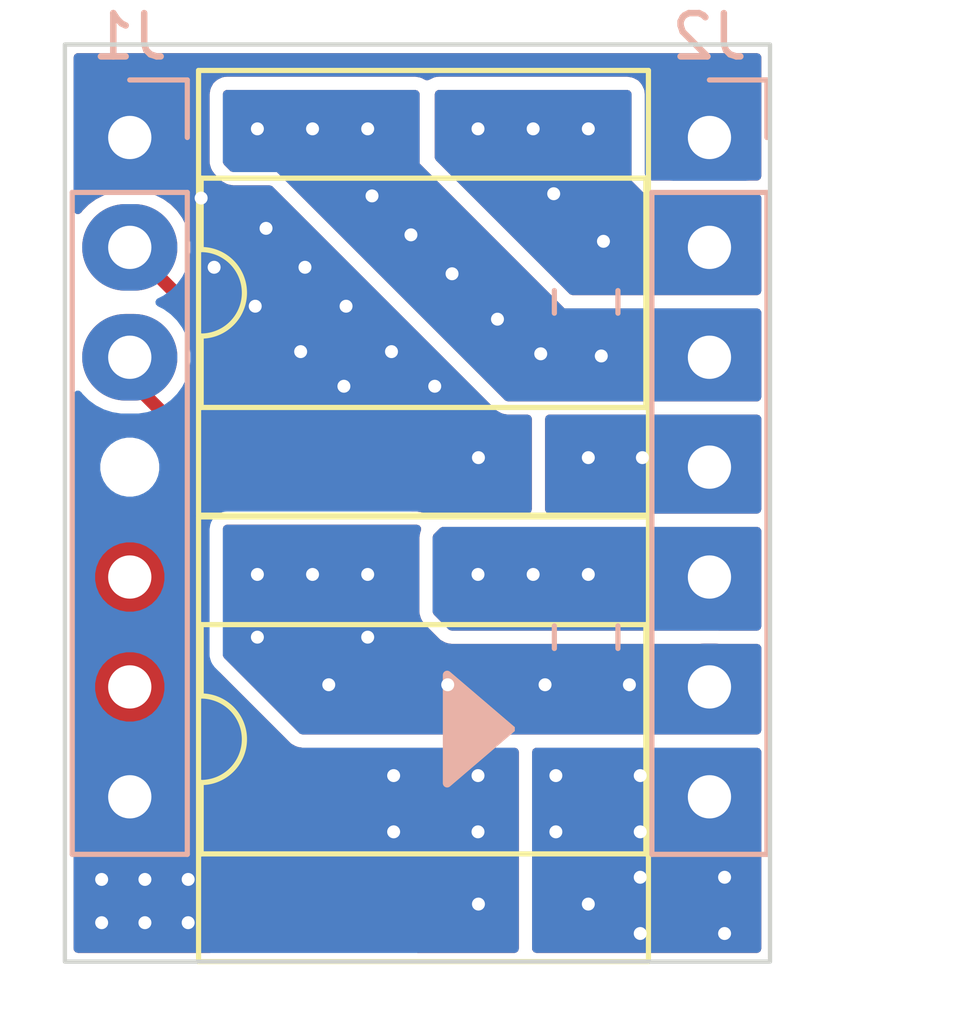
<source format=kicad_pcb>
(kicad_pcb (version 20240108) (generator "pcbnew") (generator_version "8.0")
  (layers (0 "F.Cu" signal) (31 "B.Cu" signal) (34 "B.Paste" user) (35 "F.Paste" user) (36 "B.SilkS" user "B.Silkscreen") (37 "F.SilkS" user "F.Silkscreen") (38 "B.Mask" user) (39 "F.Mask" user) (44 "Edge.Cuts" user))
  (net 0 "")
  (net 1 "/OUT_B2")
  (net 2 "/OUT_B1")
  (net 3 "/OUT_A1")
  (net 4 "/OUT_A2")
  (net 5 "/IN_B1")
  (net 6 "/IN_A2")
  (net 7 "GND")
  (net 8 "/IN_A1")
  (net 9 "/IN_B2")
  (net 10 "/VM")
  (footprint "Package_DIP:DIP-8_W7.62mm_SMDSocket_SmallPads" (layer "F.Cu") (at 146.79 83.41 90)
    (property "Reference" "U1" (hide yes))
    (property "Value" "~" (hide yes))
    (fp_line (start 5.14 -5.2) (end -5.14 -5.2) (stroke (width 0.12)) (layer "F.SilkS"))
    (fp_line (start -5.14 -5.2) (end -5.14 5.2) (stroke (width 0.12)) (layer "F.SilkS"))
    (fp_line (start 2.65 -5.14) (end 1 -5.14) (stroke (width 0.12)) (layer "F.SilkS"))
    (fp_line (start -1 -5.14) (end -2.65 -5.14) (stroke (width 0.12)) (layer "F.SilkS"))
    (fp_line (start -2.65 -5.14) (end -2.65 5.14) (stroke (width 0.12)) (layer "F.SilkS"))
    (fp_line (start 2.65 5.14) (end 2.65 -5.14) (stroke (width 0.12)) (layer "F.SilkS"))
    (fp_line (start -2.65 5.14) (end 2.65 5.14) (stroke (width 0.12)) (layer "F.SilkS"))
    (fp_line (start 5.14 5.2) (end 5.14 -5.2) (stroke (width 0.12)) (layer "F.SilkS"))
    (fp_line (start -5.14 5.2) (end 5.14 5.2) (stroke (width 0.12)) (layer "F.SilkS"))
    (fp_arc (start 1 -5.14) (mid 0 -4.14) (end -1 -5.14) (stroke (width 0.12)) (layer "F.SilkS"))
    (pad "1" smd rect (at -3.81 -3.81 90) (size 1.6 1.6) (layers "F.Cu" "F.Paste" "F.Mask") (net 8 "/IN_A1"))
    (pad "2" smd rect (at -3.81 -1.27 90) (size 1.6 1.6) (layers "F.Cu" "F.Paste" "F.Mask") (net 6 "/IN_A2"))
    (pad "3" smd rect (at -3.81 1.27 90) (size 1.6 1.6) (layers "F.Cu" "F.Paste" "F.Mask") (net 7 "GND"))
    (pad "4" smd rect (at -3.81 3.81 90) (size 1.6 1.6) (layers "F.Cu" "F.Paste" "F.Mask") (net 10 "/VM"))
    (pad "5" smd rect (at 3.81 3.81 90) (size 1.6 1.6) (layers "F.Cu" "F.Paste" "F.Mask") (net 3 "/OUT_A1"))
    (pad "6" smd rect (at 3.81 1.27 90) (size 1.6 1.6) (layers "F.Cu" "F.Paste" "F.Mask") (net 3 "/OUT_A1"))
    (pad "7" smd rect (at 3.81 -1.27 90) (size 1.6 1.6) (layers "F.Cu" "F.Paste" "F.Mask") (net 4 "/OUT_A2"))
    (pad "8" smd rect (at 3.81 -3.81 90) (size 1.6 1.6) (layers "F.Cu" "F.Paste" "F.Mask") (net 4 "/OUT_A2"))
  )
  (footprint "Package_DIP:DIP-8_W7.62mm_SMDSocket_SmallPads" (layer "F.Cu") (at 146.79 73.09 90)
    (property "Reference" "U2" (hide yes))
    (property "Value" "~")
    (fp_line (start 5.14 -5.2) (end -5.14 -5.2) (stroke (width 0.12)) (layer "F.SilkS"))
    (fp_line (start -5.14 -5.2) (end -5.14 5.2) (stroke (width 0.12)) (layer "F.SilkS"))
    (fp_line (start 2.65 -5.14) (end 1 -5.14) (stroke (width 0.12)) (layer "F.SilkS"))
    (fp_line (start -1 -5.14) (end -2.65 -5.14) (stroke (width 0.12)) (layer "F.SilkS"))
    (fp_line (start -2.65 -5.14) (end -2.65 5.14) (stroke (width 0.12)) (layer "F.SilkS"))
    (fp_line (start 2.65 5.14) (end 2.65 -5.14) (stroke (width 0.12)) (layer "F.SilkS"))
    (fp_line (start -2.65 5.14) (end 2.65 5.14) (stroke (width 0.12)) (layer "F.SilkS"))
    (fp_line (start 5.14 5.2) (end 5.14 -5.2) (stroke (width 0.12)) (layer "F.SilkS"))
    (fp_line (start -5.14 5.2) (end 5.14 5.2) (stroke (width 0.12)) (layer "F.SilkS"))
    (fp_arc (start 1 -5.14) (mid 0 -4.14) (end -1 -5.14) (stroke (width 0.12)) (layer "F.SilkS"))
    (pad "1" smd rect (at -3.81 -3.81 90) (size 1.6 1.6) (layers "F.Cu" "F.Paste" "F.Mask") (net 5 "/IN_B1"))
    (pad "2" smd rect (at -3.81 -1.27 90) (size 1.6 1.6) (layers "F.Cu" "F.Paste" "F.Mask") (net 9 "/IN_B2"))
    (pad "3" smd rect (at -3.81 1.27 90) (size 1.6 1.6) (layers "F.Cu" "F.Paste" "F.Mask") (net 7 "GND"))
    (pad "4" smd rect (at -3.81 3.81 90) (size 1.6 1.6) (layers "F.Cu" "F.Paste" "F.Mask") (net 10 "/VM"))
    (pad "5" smd rect (at 3.81 3.81 90) (size 1.6 1.6) (layers "F.Cu" "F.Paste" "F.Mask") (net 2 "/OUT_B1"))
    (pad "6" smd rect (at 3.81 1.27 90) (size 1.6 1.6) (layers "F.Cu" "F.Paste" "F.Mask") (net 2 "/OUT_B1"))
    (pad "7" smd rect (at 3.81 -1.27 90) (size 1.6 1.6) (layers "F.Cu" "F.Paste" "F.Mask") (net 1 "/OUT_B2"))
    (pad "8" smd rect (at 3.81 -3.81 90) (size 1.6 1.6) (layers "F.Cu" "F.Paste" "F.Mask") (net 1 "/OUT_B2"))
  )
  (footprint "Connector_PinHeader_2.54mm:PinHeader_1x07_P2.54mm_Vertical" (layer "B.Cu") (at 140 69.5 180)
    (property "Reference" "J1" (at 0 2.33 0) (layer "B.SilkS") (effects (justify mirror)))
    (property "Value" "Conn_01x07_Pin" (hide yes))
    (fp_line (start 1.33 -1.27) (end -1.33 -1.27) (stroke (width 0.12)) (layer "B.SilkS"))
    (fp_line (start 1.33 -16.57) (end 1.33 -1.27) (stroke (width 0.12)) (layer "B.SilkS"))
    (fp_line (start 1.33 -16.57) (end -1.33 -16.57) (stroke (width 0.12)) (layer "B.SilkS"))
    (fp_line (start 0 1.33) (end -1.33 1.33) (stroke (width 0.12)) (layer "B.SilkS"))
    (fp_line (start -1.33 1.33) (end -1.33 0) (stroke (width 0.12)) (layer "B.SilkS"))
    (fp_line (start -1.33 -16.57) (end -1.33 -1.27) (stroke (width 0.12)) (layer "B.SilkS"))
    (pad "1" thru_hole roundrect (at 0 0 180) (size 2.2 2) (drill 1) (layers "*.Cu" "*.Mask") (roundrect_rratio 0.125) (net 7 "GND"))
    (pad "2" thru_hole oval (at 0 -2.54 180) (size 2.2 2) (drill 1) (layers "*.Cu" "*.Mask") (net 9 "/IN_B2"))
    (pad "3" thru_hole oval (at 0 -5.08 180) (size 2.2 2) (drill 1) (layers "*.Cu" "*.Mask") (net 5 "/IN_B1"))
    (pad "4" thru_hole oval (at 0 -7.62 180) (size 1.5 1.5) (drill 0.762) (layers "*.Cu") (remove_unused_layers yes))
    (pad "5" thru_hole oval (at 0 -10.16 180) (size 2.2 2) (drill 1) (layers "*.Cu" "F.Mask") (remove_unused_layers yes) (net 6 "/IN_A2"))
    (pad "6" thru_hole oval (at 0 -12.7 180) (size 2.2 2) (drill 1) (layers "*.Cu" "F.Mask") (remove_unused_layers yes) (net 8 "/IN_A1"))
    (pad "7" thru_hole oval (at 0 -15.24 180) (size 2.2 2) (drill 1) (layers "*.Cu" "*.Mask") (net 7 "GND"))
  )
  (footprint "Capacitor_SMD:C_0805_2012Metric" (layer "B.Cu") (at 150.55 73.3 90)
    (property "Reference" "C1" (hide yes))
    (property "Value" "100" (hide yes))
    (fp_line (start 0.261252 -0.735) (end -0.261252 -0.735) (stroke (width 0.12)) (layer "B.SilkS"))
    (fp_line (start 0.261252 0.735) (end -0.261252 0.735) (stroke (width 0.12)) (layer "B.SilkS"))
    (pad "1" smd roundrect (at -0.95 0 90) (size 1 1.45) (layers "B.Cu" "B.Paste" "B.Mask") (net 1 "/OUT_B2"))
    (pad "2" smd roundrect (at 0.95 0 90) (size 1 1.45) (layers "B.Cu" "B.Paste" "B.Mask") (net 2 "/OUT_B1"))
  )
  (footprint "Capacitor_SMD:C_0805_2012Metric" (layer "B.Cu") (at 150.55 81.05 90)
    (property "Reference" "C2" (hide yes))
    (property "Value" "100" (hide yes))
    (fp_line (start 0.261252 -0.735) (end -0.261252 -0.735) (stroke (width 0.12)) (layer "B.SilkS"))
    (fp_line (start 0.261252 0.735) (end -0.261252 0.735) (stroke (width 0.12)) (layer "B.SilkS"))
    (pad "1" smd roundrect (at -0.95 0 90) (size 1 1.45) (layers "B.Cu" "B.Paste" "B.Mask") (net 4 "/OUT_A2"))
    (pad "2" smd roundrect (at 0.95 0 90) (size 1 1.45) (layers "B.Cu" "B.Paste" "B.Mask") (net 3 "/OUT_A1"))
  )
  (footprint "Connector_PinHeader_2.54mm:PinHeader_1x07_P2.54mm_Vertical" (layer "B.Cu") (at 153.4 69.5 180)
    (property "Reference" "J2" (at 0 2.33 0) (layer "B.SilkS") (effects (justify mirror)))
    (property "Value" "Conn_01x07_Pin")
    (fp_line (start 1.33 -1.27) (end -1.33 -1.27) (stroke (width 0.12)) (layer "B.SilkS"))
    (fp_line (start 1.33 -16.57) (end 1.33 -1.27) (stroke (width 0.12)) (layer "B.SilkS"))
    (fp_line (start 1.33 -16.57) (end -1.33 -16.57) (stroke (width 0.12)) (layer "B.SilkS"))
    (fp_line (start 0 1.33) (end -1.33 1.33) (stroke (width 0.12)) (layer "B.SilkS"))
    (fp_line (start -1.33 1.33) (end -1.33 0) (stroke (width 0.12)) (layer "B.SilkS"))
    (fp_line (start -1.33 -16.57) (end -1.33 -1.27) (stroke (width 0.12)) (layer "B.SilkS"))
    (pad "1" thru_hole roundrect (at 0 0 180) (size 2.2 2) (drill 1) (layers "*.Cu" "*.Mask") (roundrect_rratio 0.125) (net 7 "GND"))
    (pad "2" thru_hole oval (at 0 -2.54 180) (size 2.2 2) (drill 1) (layers "*.Cu" "*.Mask") (net 2 "/OUT_B1"))
    (pad "3" thru_hole oval (at 0 -5.08 180) (size 2.2 2) (drill 1) (layers "*.Cu" "*.Mask") (net 1 "/OUT_B2"))
    (pad "4" thru_hole oval (at 0 -7.62 180) (size 2.2 2) (drill 1) (layers "*.Cu" "*.Mask") (net 10 "/VM"))
    (pad "5" thru_hole oval (at 0 -10.16 180) (size 2.2 2) (drill 1) (layers "*.Cu" "*.Mask") (net 3 "/OUT_A1"))
    (pad "6" thru_hole oval (at 0 -12.7 180) (size 2.2 2) (drill 1) (layers "*.Cu" "*.Mask") (net 4 "/OUT_A2"))
    (pad "7" thru_hole oval (at 0 -15.24 180) (size 2.2 2) (drill 1) (layers "*.Cu" "*.Mask") (net 10 "/VM"))
  )
  (gr_poly (pts (xy 147.336678 81.925) (xy 147.336678 84.425) (xy 148.8 83.175)) (stroke (width 0.2)) (fill solid) (layer "B.SilkS"))
  (gr_rect (start 138.5 67.35) (end 154.8 88.55) (stroke (width 0.1)) (fill none) (layer "Edge.Cuts"))
  (via (at 145.6 70.85) (size 0.6) (drill 0.3) (layers "F.Cu" "B.Cu") (net 1))
  (via (at 142.95 69.3) (size 0.6) (drill 0.3) (layers "F.Cu" "B.Cu") (net 1))
  (via (at 144.225 69.3) (size 0.6) (drill 0.3) (layers "F.Cu" "B.Cu") (net 1))
  (via (at 149.5 74.5) (size 0.6) (drill 0.3) (layers "F.Cu" "B.Cu") (net 1))
  (via (at 146.5 71.75) (size 0.6) (drill 0.3) (layers "F.Cu" "B.Cu") (net 1))
  (via (at 150.9 74.55) (size 0.6) (drill 0.3) (layers "F.Cu" "B.Cu") (net 1))
  (via (at 145.5 69.3) (size 0.6) (drill 0.3) (layers "F.Cu" "B.Cu") (net 1))
  (via (at 147.45 72.65) (size 0.6) (drill 0.3) (layers "F.Cu" "B.Cu") (net 1))
  (via (at 148.5 73.7) (size 0.6) (drill 0.3) (layers "F.Cu" "B.Cu") (net 1))
  (via (at 148.05 69.3) (size 0.6) (drill 0.3) (layers "F.Cu" "B.Cu") (net 2))
  (via (at 150.6 69.3) (size 0.6) (drill 0.3) (layers "F.Cu" "B.Cu") (net 2))
  (via (at 150.95 71.9) (size 0.6) (drill 0.3) (layers "F.Cu" "B.Cu") (net 2))
  (via (at 149.8 70.8) (size 0.6) (drill 0.3) (layers "F.Cu" "B.Cu") (net 2))
  (via (at 149.325 69.3) (size 0.6) (drill 0.3) (layers "F.Cu" "B.Cu") (net 2))
  (via (at 148.05 79.6) (size 0.6) (drill 0.3) (layers "F.Cu" "B.Cu") (net 3))
  (via (at 149.325 79.6) (size 0.6) (drill 0.3) (layers "F.Cu" "B.Cu") (net 3))
  (via (at 150.6 79.6) (size 0.6) (drill 0.3) (layers "F.Cu" "B.Cu") (net 3))
  (via (at 151.55 82.15) (size 0.6) (drill 0.3) (layers "F.Cu" "B.Cu") (net 4))
  (via (at 145.5 79.6) (size 0.6) (drill 0.3) (layers "F.Cu" "B.Cu") (net 4))
  (via (at 147.35 82.15) (size 0.6) (drill 0.3) (layers "F.Cu" "B.Cu") (net 4))
  (via (at 149.6 82.15) (size 0.6) (drill 0.3) (layers "F.Cu" "B.Cu") (net 4))
  (via (at 144.6 82.15) (size 0.6) (drill 0.3) (layers "F.Cu" "B.Cu") (net 4))
  (via (at 142.95 79.6) (size 0.6) (drill 0.3) (layers "F.Cu" "B.Cu") (net 4))
  (via (at 142.95 81.05) (size 0.6) (drill 0.3) (layers "F.Cu" "B.Cu") (net 4))
  (via (at 145.5 81.05) (size 0.6) (drill 0.3) (layers "F.Cu" "B.Cu") (net 4))
  (via (at 144.225 79.6) (size 0.6) (drill 0.3) (layers "F.Cu" "B.Cu") (net 4))
  (segment (start 141.8 76.9) (end 142.98 76.9) (width 0.3048) (layer "F.Cu") (net 5))
  (segment (start 140 75.1) (end 141.8 76.9) (width 0.3048) (layer "F.Cu") (net 5))
  (segment (start 140 74.58) (end 140 75.1) (width 0.3048) (layer "F.Cu") (net 5))
  (segment (start 140.6476 80.8476) (end 140.660182 80.8476) (width 0.3048) (layer "F.Cu") (net 6))
  (segment (start 140.660182 80.8476) (end 141.4524 81.639818) (width 0.3048) (layer "F.Cu") (net 6))
  (segment (start 140 79.66) (end 140 80.2) (width 0.3048) (layer "F.Cu") (net 6))
  (segment (start 141.4524 81.639818) (end 141.4524 82.6524) (width 0.3048) (layer "F.Cu") (net 6))
  (segment (start 140 80.2) (end 140.6476 80.8476) (width 0.3048) (layer "F.Cu") (net 6))
  (segment (start 141.4524 82.6524) (end 145.52 86.72) (width 0.3048) (layer "F.Cu") (net 6))
  (via (at 146.1 84.25) (size 0.6) (drill 0.3) (layers "F.Cu" "B.Cu") (net 7))
  (via (at 141.35 86.65) (size 0.6) (drill 0.3) (layers "F.Cu" "B.Cu") (net 7))
  (via (at 143.15 71.6) (size 0.6) (drill 0.3) (layers "F.Cu" "B.Cu") (net 7))
  (via (at 143.95 74.45) (size 0.6) (drill 0.3) (layers "F.Cu" "B.Cu") (net 7))
  (via (at 146.05 74.45) (size 0.6) (drill 0.3) (layers "F.Cu" "B.Cu") (net 7))
  (via (at 148.06 76.9) (size 0.6) (drill 0.3) (layers "F.Cu" "B.Cu") (net 7))
  (via (at 144.95 75.25) (size 0.6) (drill 0.3) (layers "F.Cu" "B.Cu") (net 7))
  (via (at 148.05 85.55) (size 0.6) (drill 0.3) (layers "F.Cu" "B.Cu") (net 7))
  (via (at 141.95 72.5) (size 0.6) (drill 0.3) (layers "F.Cu" "B.Cu") (net 7))
  (via (at 144.05 72.5) (size 0.6) (drill 0.3) (layers "F.Cu" "B.Cu") (net 7))
  (via (at 145 73.4) (size 0.6) (drill 0.3) (layers "F.Cu" "B.Cu") (net 7))
  (via (at 147.05 75.25) (size 0.6) (drill 0.3) (layers "F.Cu" "B.Cu") (net 7))
  (via (at 141.35 87.65) (size 0.6) (drill 0.3) (layers "F.Cu" "B.Cu") (net 7))
  (via (at 142.9 73.4) (size 0.6) (drill 0.3) (layers "F.Cu" "B.Cu") (net 7))
  (via (at 139.35 86.65) (size 0.6) (drill 0.3) (layers "F.Cu" "B.Cu") (net 7))
  (via (at 139.35 87.65) (size 0.6) (drill 0.3) (layers "F.Cu" "B.Cu") (net 7))
  (via (at 141.65 70.9) (size 0.6) (drill 0.3) (layers "F.Cu" "B.Cu") (net 7))
  (via (at 140.35 86.65) (size 0.6) (drill 0.3) (layers "F.Cu" "B.Cu") (net 7))
  (via (at 148.06 87.22) (size 0.6) (drill 0.3) (layers "F.Cu" "B.Cu") (net 7))
  (via (at 148.05 84.25) (size 0.6) (drill 0.3) (layers "F.Cu" "B.Cu") (net 7))
  (via (at 146.1 85.55) (size 0.6) (drill 0.3) (layers "F.Cu" "B.Cu") (net 7))
  (via (at 140.35 87.65) (size 0.6) (drill 0.3) (layers "F.Cu" "B.Cu") (net 7))
  (segment (start 140 82.3) (end 142.98 85.28) (width 0.3048) (layer "F.Cu") (net 8))
  (segment (start 142.98 85.28) (end 142.98 87.22) (width 0.3048) (layer "F.Cu") (net 8))
  (segment (start 140 82.2) (end 140 82.3) (width 0.3048) (layer "F.Cu") (net 8))
  (segment (start 142.7476 75.7476) (end 144.3676 75.7476) (width 0.3048) (layer "F.Cu") (net 9))
  (segment (start 144.3676 75.7476) (end 145.52 76.9) (width 0.3048) (layer "F.Cu") (net 9))
  (segment (start 140 72.04) (end 141.6 73.64) (width 0.3048) (layer "F.Cu") (net 9))
  (segment (start 141.6 73.64) (end 141.6 74.6) (width 0.3048) (layer "F.Cu") (net 9))
  (segment (start 141.6 74.6) (end 142.7476 75.7476) (width 0.3048) (layer "F.Cu") (net 9))
  (via (at 153.75 86.6) (size 0.6) (drill 0.3) (layers "F.Cu" "B.Cu") (net 10))
  (via (at 151.8 87.9) (size 0.6) (drill 0.3) (layers "F.Cu" "B.Cu") (net 10))
  (via (at 151.85 76.9) (size 0.6) (drill 0.3) (layers "F.Cu" "B.Cu") (net 10))
  (via (at 151.8 86.6) (size 0.6) (drill 0.3) (layers "F.Cu" "B.Cu") (net 10))
  (via (at 153.75 87.9) (size 0.6) (drill 0.3) (layers "F.Cu" "B.Cu") (net 10))
  (via (at 151.8 85.55) (size 0.6) (drill 0.3) (layers "F.Cu" "B.Cu") (net 10))
  (via (at 151.8 84.25) (size 0.6) (drill 0.3) (layers "F.Cu" "B.Cu") (net 10))
  (via (at 150.6 76.9) (size 0.6) (drill 0.3) (layers "F.Cu" "B.Cu") (net 10))
  (via (at 149.85 85.55) (size 0.6) (drill 0.3) (layers "F.Cu" "B.Cu") (net 10))
  (via (at 150.6 87.22) (size 0.6) (drill 0.3) (layers "F.Cu" "B.Cu") (net 10))
  (via (at 149.85 84.25) (size 0.6) (drill 0.3) (layers "F.Cu" "B.Cu") (net 10))
  (zone (net 10) (net_name "/VM") (layers "F&B.Cu") (priority 1) (connect_pads yes (clearance 0.3)) (min_thickness 0.2) (fill yes (thermal_gap 0.5) (thermal_bridge_width 0.5))
    (polygon (pts (xy 149.3 83.4) (xy 154.8 83.4) (xy 154.8 88.5) (xy 154.7 88.6) (xy 149.3 88.6)))
  )
  (zone (net 3) (net_name "/OUT_A1") (layers "F&B.Cu") (priority 2) (connect_pads yes (clearance 0.3)) (min_thickness 0.2) (fill yes (thermal_gap 0.5) (thermal_bridge_width 0.5))
    (polygon (pts (xy 152.2 78.5) (xy 152.5 78.5) (xy 154.9 78.5) (xy 154.9 80.9) (xy 147.4 80.9) (xy 147 80.5) (xy 147 78.7) (xy 147.2 78.5)))
  )
  (zone (net 2) (net_name "/OUT_B1") (layers "F&B.Cu") (priority 3) (connect_pads yes (clearance 0.3)) (min_thickness 0.2) (fill yes (thermal_gap 0.5) (thermal_bridge_width 0.5))
    (polygon (pts (xy 147.05 68.4) (xy 151.6 68.4) (xy 151.6 70.5) (xy 151.9 70.8) (xy 154.8 70.8) (xy 154.8 73.2) (xy 150.25 73.2) (xy 147.05 70)))
  )
  (zone (net 1) (net_name "/OUT_B2") (layers "F&B.Cu") (priority 4) (connect_pads yes (clearance 0.3)) (min_thickness 0.2) (fill yes (thermal_gap 0.5) (thermal_bridge_width 0.5))
    (polygon (pts (xy 142.15 68.4) (xy 146.7 68.4) (xy 146.7 70.1) (xy 150.05 73.45) (xy 154.75 73.45) (xy 154.9 73.6) (xy 154.9 75.6) (xy 148.7 75.6) (xy 143.4 70.3) (xy 142.35 70.3) (xy 142.15 70.1)))
  )
  (zone (net 10) (net_name "/VM") (layers "F&B.Cu") (priority 1) (connect_pads yes (clearance 0.3)) (min_thickness 0.2) (fill yes (thermal_gap 0.5) (thermal_bridge_width 0.5))
    (polygon (pts (xy 149.6 75.9) (xy 154.7 75.9) (xy 154.7 78.3) (xy 149.6 78.3)))
  )
  (zone (net 4) (net_name "/OUT_A2") (layers "F&B.Cu") (priority 1) (connect_pads yes (clearance 0.3)) (min_thickness 0.2) (fill yes (thermal_gap 0.5) (thermal_bridge_width 0.5))
    (polygon (pts (xy 142.15 78.45) (xy 146.75 78.45) (xy 146.85 78.55) (xy 146.85 80.6) (xy 147.15 80.9) (xy 154.9 80.9) (xy 154.9 83.3) (xy 143.95 83.3) (xy 142.15 81.5)))
  )
  (zone (net 7) (net_name "GND") (layers "F&B.Cu") (connect_pads yes (clearance 0.3)) (min_thickness 0.2) (fill yes (thermal_gap 0.5) (thermal_bridge_width 0.5))
    (polygon (pts (xy 157 90) (xy 157 67) (xy 137 67) (xy 137 90)))
  )
)
</source>
